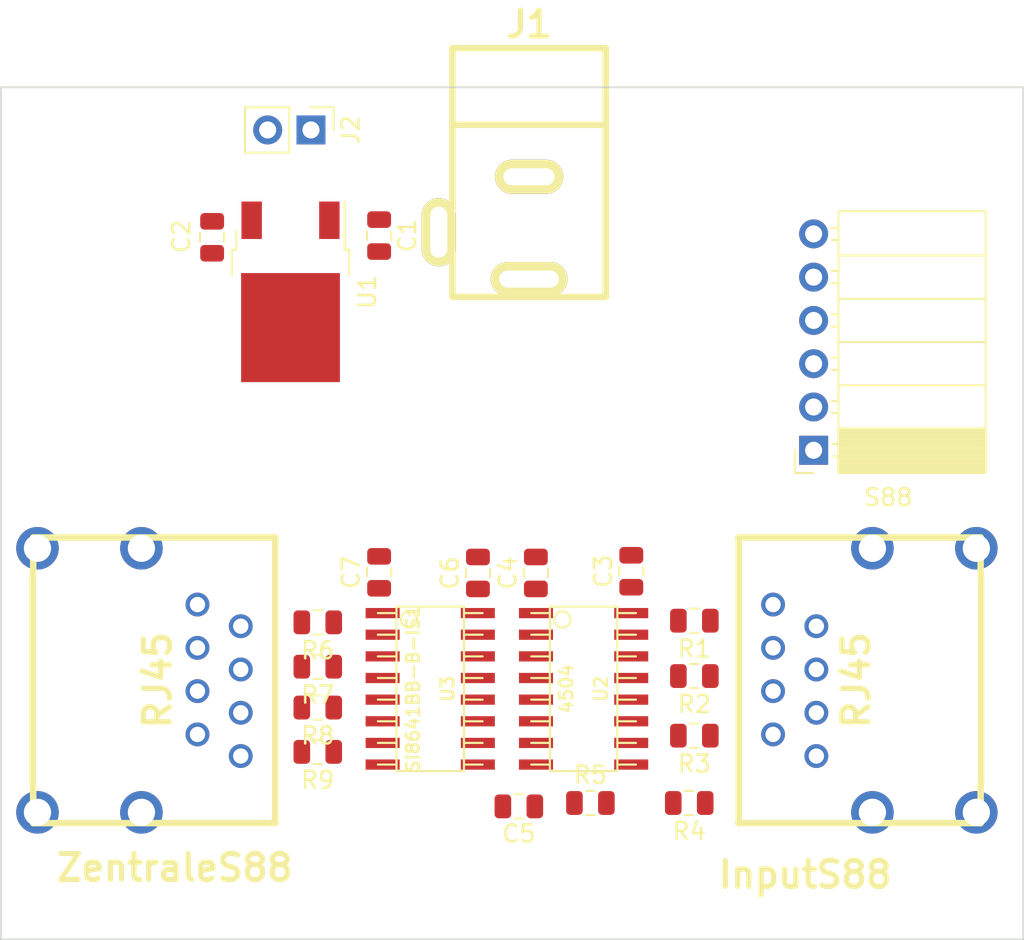
<source format=kicad_pcb>
(kicad_pcb (version 20171130) (host pcbnew 5.1.5-52549c5~84~ubuntu16.04.1)

  (general
    (thickness 1.6)
    (drawings 4)
    (tracks 0)
    (zones 0)
    (modules 24)
    (nets 31)
  )

  (page A4)
  (layers
    (0 F.Cu signal)
    (31 B.Cu signal)
    (32 B.Adhes user)
    (33 F.Adhes user)
    (34 B.Paste user)
    (35 F.Paste user)
    (36 B.SilkS user)
    (37 F.SilkS user)
    (38 B.Mask user)
    (39 F.Mask user)
    (40 Dwgs.User user)
    (41 Cmts.User user)
    (42 Eco1.User user)
    (43 Eco2.User user)
    (44 Edge.Cuts user)
    (45 Margin user)
    (46 B.CrtYd user)
    (47 F.CrtYd user)
    (48 B.Fab user)
    (49 F.Fab user)
  )

  (setup
    (last_trace_width 0.25)
    (trace_clearance 0.2)
    (zone_clearance 0.508)
    (zone_45_only no)
    (trace_min 0.2)
    (via_size 0.8)
    (via_drill 0.4)
    (via_min_size 0.4)
    (via_min_drill 0.3)
    (uvia_size 0.3)
    (uvia_drill 0.1)
    (uvias_allowed no)
    (uvia_min_size 0.2)
    (uvia_min_drill 0.1)
    (edge_width 0.05)
    (segment_width 0.2)
    (pcb_text_width 0.3)
    (pcb_text_size 1.5 1.5)
    (mod_edge_width 0.12)
    (mod_text_size 1 1)
    (mod_text_width 0.15)
    (pad_size 1.524 1.524)
    (pad_drill 0.762)
    (pad_to_mask_clearance 0.051)
    (solder_mask_min_width 0.25)
    (aux_axis_origin 0 0)
    (visible_elements FFFFFF7F)
    (pcbplotparams
      (layerselection 0x010fc_ffffffff)
      (usegerberextensions false)
      (usegerberattributes false)
      (usegerberadvancedattributes false)
      (creategerberjobfile false)
      (excludeedgelayer true)
      (linewidth 0.100000)
      (plotframeref false)
      (viasonmask false)
      (mode 1)
      (useauxorigin false)
      (hpglpennumber 1)
      (hpglpenspeed 20)
      (hpglpendiameter 15.000000)
      (psnegative false)
      (psa4output false)
      (plotreference true)
      (plotvalue true)
      (plotinvisibletext false)
      (padsonsilk false)
      (subtractmaskfromsilk false)
      (outputformat 1)
      (mirror false)
      (drillshape 1)
      (scaleselection 1)
      (outputdirectory ""))
  )

  (net 0 "")
  (net 1 GNDD)
  (net 2 VDD)
  (net 3 +5VD)
  (net 4 +5V)
  (net 5 GND)
  (net 6 "Net-(C5-Pad1)")
  (net 7 /Data')
  (net 8 /Clock')
  (net 9 /PSLoad')
  (net 10 /Reset')
  (net 11 "Net-(InputS88-Pad8)")
  (net 12 "Net-(R1-Pad2)")
  (net 13 "Net-(R2-Pad2)")
  (net 14 "Net-(R3-Pad2)")
  (net 15 "Net-(R5-Pad2)")
  (net 16 /Clock)
  (net 17 "Net-(R6-Pad1)")
  (net 18 "Net-(R7-Pad1)")
  (net 19 /PSLoad)
  (net 20 "Net-(R8-Pad1)")
  (net 21 /Reset)
  (net 22 /Data)
  (net 23 "Net-(R9-Pad1)")
  (net 24 "Net-(U2-Pad3)")
  (net 25 "Net-(U2-Pad5)")
  (net 26 "Net-(U2-Pad7)")
  (net 27 "Net-(U2-Pad10)")
  (net 28 "Net-(U2-Pad12)")
  (net 29 "Net-(U2-Pad15)")
  (net 30 "Net-(ZentraleS88-Pad8)")

  (net_class Default "This is the default net class."
    (clearance 0.2)
    (trace_width 0.25)
    (via_dia 0.8)
    (via_drill 0.4)
    (uvia_dia 0.3)
    (uvia_drill 0.1)
    (add_net +5V)
    (add_net +5VD)
    (add_net /Clock)
    (add_net /Clock')
    (add_net /Data)
    (add_net /Data')
    (add_net /PSLoad)
    (add_net /PSLoad')
    (add_net /Reset)
    (add_net /Reset')
    (add_net GND)
    (add_net GNDD)
    (add_net "Net-(C5-Pad1)")
    (add_net "Net-(InputS88-Pad8)")
    (add_net "Net-(R1-Pad2)")
    (add_net "Net-(R2-Pad2)")
    (add_net "Net-(R3-Pad2)")
    (add_net "Net-(R5-Pad2)")
    (add_net "Net-(R6-Pad1)")
    (add_net "Net-(R7-Pad1)")
    (add_net "Net-(R8-Pad1)")
    (add_net "Net-(R9-Pad1)")
    (add_net "Net-(U2-Pad10)")
    (add_net "Net-(U2-Pad12)")
    (add_net "Net-(U2-Pad15)")
    (add_net "Net-(U2-Pad3)")
    (add_net "Net-(U2-Pad5)")
    (add_net "Net-(U2-Pad7)")
    (add_net "Net-(ZentraleS88-Pad8)")
    (add_net VDD)
  )

  (module Capacitor_SMD:C_0805_2012Metric (layer F.Cu) (tedit 5B36C52B) (tstamp 5E1D2775)
    (at 132.2 88.7 270)
    (descr "Capacitor SMD 0805 (2012 Metric), square (rectangular) end terminal, IPC_7351 nominal, (Body size source: https://docs.google.com/spreadsheets/d/1BsfQQcO9C6DZCsRaXUlFlo91Tg2WpOkGARC1WS5S8t0/edit?usp=sharing), generated with kicad-footprint-generator")
    (tags capacitor)
    (path /5E2E15F1)
    (attr smd)
    (fp_text reference C1 (at 0 -1.65 90) (layer F.SilkS)
      (effects (font (size 1 1) (thickness 0.15)))
    )
    (fp_text value 100nF (at 0 1.65 90) (layer F.Fab)
      (effects (font (size 1 1) (thickness 0.15)))
    )
    (fp_text user %R (at 0 0 90) (layer F.Fab)
      (effects (font (size 0.5 0.5) (thickness 0.08)))
    )
    (fp_line (start 1.68 0.95) (end -1.68 0.95) (layer F.CrtYd) (width 0.05))
    (fp_line (start 1.68 -0.95) (end 1.68 0.95) (layer F.CrtYd) (width 0.05))
    (fp_line (start -1.68 -0.95) (end 1.68 -0.95) (layer F.CrtYd) (width 0.05))
    (fp_line (start -1.68 0.95) (end -1.68 -0.95) (layer F.CrtYd) (width 0.05))
    (fp_line (start -0.258578 0.71) (end 0.258578 0.71) (layer F.SilkS) (width 0.12))
    (fp_line (start -0.258578 -0.71) (end 0.258578 -0.71) (layer F.SilkS) (width 0.12))
    (fp_line (start 1 0.6) (end -1 0.6) (layer F.Fab) (width 0.1))
    (fp_line (start 1 -0.6) (end 1 0.6) (layer F.Fab) (width 0.1))
    (fp_line (start -1 -0.6) (end 1 -0.6) (layer F.Fab) (width 0.1))
    (fp_line (start -1 0.6) (end -1 -0.6) (layer F.Fab) (width 0.1))
    (pad 2 smd roundrect (at 0.9375 0 270) (size 0.975 1.4) (layers F.Cu F.Paste F.Mask) (roundrect_rratio 0.25)
      (net 1 GNDD))
    (pad 1 smd roundrect (at -0.9375 0 270) (size 0.975 1.4) (layers F.Cu F.Paste F.Mask) (roundrect_rratio 0.25)
      (net 2 VDD))
    (model ${KISYS3DMOD}/Capacitor_SMD.3dshapes/C_0805_2012Metric.wrl
      (at (xyz 0 0 0))
      (scale (xyz 1 1 1))
      (rotate (xyz 0 0 0))
    )
  )

  (module Capacitor_SMD:C_0805_2012Metric (layer F.Cu) (tedit 5B36C52B) (tstamp 5E1CDEA3)
    (at 122.4 88.8 270)
    (descr "Capacitor SMD 0805 (2012 Metric), square (rectangular) end terminal, IPC_7351 nominal, (Body size source: https://docs.google.com/spreadsheets/d/1BsfQQcO9C6DZCsRaXUlFlo91Tg2WpOkGARC1WS5S8t0/edit?usp=sharing), generated with kicad-footprint-generator")
    (tags capacitor)
    (path /5E2E1C46)
    (attr smd)
    (fp_text reference C2 (at -0.05 1.8 90) (layer F.SilkS)
      (effects (font (size 1 1) (thickness 0.15)))
    )
    (fp_text value 100nF (at 0 1.65 90) (layer F.Fab)
      (effects (font (size 1 1) (thickness 0.15)))
    )
    (fp_line (start -1 0.6) (end -1 -0.6) (layer F.Fab) (width 0.1))
    (fp_line (start -1 -0.6) (end 1 -0.6) (layer F.Fab) (width 0.1))
    (fp_line (start 1 -0.6) (end 1 0.6) (layer F.Fab) (width 0.1))
    (fp_line (start 1 0.6) (end -1 0.6) (layer F.Fab) (width 0.1))
    (fp_line (start -0.258578 -0.71) (end 0.258578 -0.71) (layer F.SilkS) (width 0.12))
    (fp_line (start -0.258578 0.71) (end 0.258578 0.71) (layer F.SilkS) (width 0.12))
    (fp_line (start -1.68 0.95) (end -1.68 -0.95) (layer F.CrtYd) (width 0.05))
    (fp_line (start -1.68 -0.95) (end 1.68 -0.95) (layer F.CrtYd) (width 0.05))
    (fp_line (start 1.68 -0.95) (end 1.68 0.95) (layer F.CrtYd) (width 0.05))
    (fp_line (start 1.68 0.95) (end -1.68 0.95) (layer F.CrtYd) (width 0.05))
    (fp_text user %R (at 0 0 90) (layer F.Fab)
      (effects (font (size 0.5 0.5) (thickness 0.08)))
    )
    (pad 1 smd roundrect (at -0.9375 0 270) (size 0.975 1.4) (layers F.Cu F.Paste F.Mask) (roundrect_rratio 0.25)
      (net 3 +5VD))
    (pad 2 smd roundrect (at 0.9375 0 270) (size 0.975 1.4) (layers F.Cu F.Paste F.Mask) (roundrect_rratio 0.25)
      (net 1 GNDD))
    (model ${KISYS3DMOD}/Capacitor_SMD.3dshapes/C_0805_2012Metric.wrl
      (at (xyz 0 0 0))
      (scale (xyz 1 1 1))
      (rotate (xyz 0 0 0))
    )
  )

  (module Capacitor_SMD:C_0805_2012Metric (layer F.Cu) (tedit 5B36C52B) (tstamp 5E1D1DF0)
    (at 141.4 108.5 90)
    (descr "Capacitor SMD 0805 (2012 Metric), square (rectangular) end terminal, IPC_7351 nominal, (Body size source: https://docs.google.com/spreadsheets/d/1BsfQQcO9C6DZCsRaXUlFlo91Tg2WpOkGARC1WS5S8t0/edit?usp=sharing), generated with kicad-footprint-generator")
    (tags capacitor)
    (path /5E1C9549)
    (attr smd)
    (fp_text reference C4 (at 0 -1.65 90) (layer F.SilkS)
      (effects (font (size 1 1) (thickness 0.15)))
    )
    (fp_text value 100nF (at 0 1.65 90) (layer F.Fab)
      (effects (font (size 1 1) (thickness 0.15)))
    )
    (fp_line (start -1 0.6) (end -1 -0.6) (layer F.Fab) (width 0.1))
    (fp_line (start -1 -0.6) (end 1 -0.6) (layer F.Fab) (width 0.1))
    (fp_line (start 1 -0.6) (end 1 0.6) (layer F.Fab) (width 0.1))
    (fp_line (start 1 0.6) (end -1 0.6) (layer F.Fab) (width 0.1))
    (fp_line (start -0.258578 -0.71) (end 0.258578 -0.71) (layer F.SilkS) (width 0.12))
    (fp_line (start -0.258578 0.71) (end 0.258578 0.71) (layer F.SilkS) (width 0.12))
    (fp_line (start -1.68 0.95) (end -1.68 -0.95) (layer F.CrtYd) (width 0.05))
    (fp_line (start -1.68 -0.95) (end 1.68 -0.95) (layer F.CrtYd) (width 0.05))
    (fp_line (start 1.68 -0.95) (end 1.68 0.95) (layer F.CrtYd) (width 0.05))
    (fp_line (start 1.68 0.95) (end -1.68 0.95) (layer F.CrtYd) (width 0.05))
    (fp_text user %R (at 0 0 90) (layer F.Fab)
      (effects (font (size 0.5 0.5) (thickness 0.08)))
    )
    (pad 1 smd roundrect (at -0.9375 0 90) (size 0.975 1.4) (layers F.Cu F.Paste F.Mask) (roundrect_rratio 0.25)
      (net 3 +5VD))
    (pad 2 smd roundrect (at 0.9375 0 90) (size 0.975 1.4) (layers F.Cu F.Paste F.Mask) (roundrect_rratio 0.25)
      (net 1 GNDD))
    (model ${KISYS3DMOD}/Capacitor_SMD.3dshapes/C_0805_2012Metric.wrl
      (at (xyz 0 0 0))
      (scale (xyz 1 1 1))
      (rotate (xyz 0 0 0))
    )
  )

  (module Capacitor_SMD:C_0805_2012Metric (layer F.Cu) (tedit 5B36C52B) (tstamp 5E1D1BFE)
    (at 132.2 108.4625 90)
    (descr "Capacitor SMD 0805 (2012 Metric), square (rectangular) end terminal, IPC_7351 nominal, (Body size source: https://docs.google.com/spreadsheets/d/1BsfQQcO9C6DZCsRaXUlFlo91Tg2WpOkGARC1WS5S8t0/edit?usp=sharing), generated with kicad-footprint-generator")
    (tags capacitor)
    (path /5DF386D6)
    (attr smd)
    (fp_text reference C7 (at 0 -1.65 90) (layer F.SilkS)
      (effects (font (size 1 1) (thickness 0.15)))
    )
    (fp_text value 100nF (at 0 1.65 90) (layer F.Fab)
      (effects (font (size 1 1) (thickness 0.15)))
    )
    (fp_line (start -1 0.6) (end -1 -0.6) (layer F.Fab) (width 0.1))
    (fp_line (start -1 -0.6) (end 1 -0.6) (layer F.Fab) (width 0.1))
    (fp_line (start 1 -0.6) (end 1 0.6) (layer F.Fab) (width 0.1))
    (fp_line (start 1 0.6) (end -1 0.6) (layer F.Fab) (width 0.1))
    (fp_line (start -0.258578 -0.71) (end 0.258578 -0.71) (layer F.SilkS) (width 0.12))
    (fp_line (start -0.258578 0.71) (end 0.258578 0.71) (layer F.SilkS) (width 0.12))
    (fp_line (start -1.68 0.95) (end -1.68 -0.95) (layer F.CrtYd) (width 0.05))
    (fp_line (start -1.68 -0.95) (end 1.68 -0.95) (layer F.CrtYd) (width 0.05))
    (fp_line (start 1.68 -0.95) (end 1.68 0.95) (layer F.CrtYd) (width 0.05))
    (fp_line (start 1.68 0.95) (end -1.68 0.95) (layer F.CrtYd) (width 0.05))
    (fp_text user %R (at 0 0 90) (layer F.Fab)
      (effects (font (size 0.5 0.5) (thickness 0.08)))
    )
    (pad 1 smd roundrect (at -0.9375 0 90) (size 0.975 1.4) (layers F.Cu F.Paste F.Mask) (roundrect_rratio 0.25)
      (net 4 +5V))
    (pad 2 smd roundrect (at 0.9375 0 90) (size 0.975 1.4) (layers F.Cu F.Paste F.Mask) (roundrect_rratio 0.25)
      (net 5 GND))
    (model ${KISYS3DMOD}/Capacitor_SMD.3dshapes/C_0805_2012Metric.wrl
      (at (xyz 0 0 0))
      (scale (xyz 1 1 1))
      (rotate (xyz 0 0 0))
    )
  )

  (module Capacitor_SMD:C_0805_2012Metric (layer F.Cu) (tedit 5B36C52B) (tstamp 5E1D1B9E)
    (at 140.4 122.2)
    (descr "Capacitor SMD 0805 (2012 Metric), square (rectangular) end terminal, IPC_7351 nominal, (Body size source: https://docs.google.com/spreadsheets/d/1BsfQQcO9C6DZCsRaXUlFlo91Tg2WpOkGARC1WS5S8t0/edit?usp=sharing), generated with kicad-footprint-generator")
    (tags capacitor)
    (path /5DF42D5F)
    (attr smd)
    (fp_text reference C5 (at 0 1.6) (layer F.SilkS)
      (effects (font (size 1 1) (thickness 0.15)))
    )
    (fp_text value 1nF (at 0 1.65) (layer F.Fab)
      (effects (font (size 1 1) (thickness 0.15)))
    )
    (fp_text user %R (at 0 0) (layer F.Fab)
      (effects (font (size 0.5 0.5) (thickness 0.08)))
    )
    (fp_line (start 1.68 0.95) (end -1.68 0.95) (layer F.CrtYd) (width 0.05))
    (fp_line (start 1.68 -0.95) (end 1.68 0.95) (layer F.CrtYd) (width 0.05))
    (fp_line (start -1.68 -0.95) (end 1.68 -0.95) (layer F.CrtYd) (width 0.05))
    (fp_line (start -1.68 0.95) (end -1.68 -0.95) (layer F.CrtYd) (width 0.05))
    (fp_line (start -0.258578 0.71) (end 0.258578 0.71) (layer F.SilkS) (width 0.12))
    (fp_line (start -0.258578 -0.71) (end 0.258578 -0.71) (layer F.SilkS) (width 0.12))
    (fp_line (start 1 0.6) (end -1 0.6) (layer F.Fab) (width 0.1))
    (fp_line (start 1 -0.6) (end 1 0.6) (layer F.Fab) (width 0.1))
    (fp_line (start -1 -0.6) (end 1 -0.6) (layer F.Fab) (width 0.1))
    (fp_line (start -1 0.6) (end -1 -0.6) (layer F.Fab) (width 0.1))
    (pad 2 smd roundrect (at 0.9375 0) (size 0.975 1.4) (layers F.Cu F.Paste F.Mask) (roundrect_rratio 0.25)
      (net 1 GNDD))
    (pad 1 smd roundrect (at -0.9375 0) (size 0.975 1.4) (layers F.Cu F.Paste F.Mask) (roundrect_rratio 0.25)
      (net 6 "Net-(C5-Pad1)"))
    (model ${KISYS3DMOD}/Capacitor_SMD.3dshapes/C_0805_2012Metric.wrl
      (at (xyz 0 0 0))
      (scale (xyz 1 1 1))
      (rotate (xyz 0 0 0))
    )
  )

  (module w_conn_pc:megb8-8-Uni (layer F.Cu) (tedit 5B645585) (tstamp 5E1D1CAA)
    (at 164.2 114.8 90)
    (descr "RJ45 + led indicators, Wiznet P/N RB1-125BAG1A")
    (path /5DEC1D69)
    (fp_text reference InputS88 (at -11.4 -7) (layer F.SilkS)
      (effects (font (size 1.524 1.524) (thickness 0.3048)))
    )
    (fp_text value RJ45 (at 0 -4 90) (layer F.SilkS)
      (effects (font (size 1.524 1.524) (thickness 0.3048)))
    )
    (fp_line (start -8.382 -10.922) (end -8.382 3.302) (layer F.SilkS) (width 0.381))
    (fp_line (start -8.382 3.302) (end -6.096 3.302) (layer F.SilkS) (width 0.381))
    (fp_line (start 8.382 -10.922) (end 8.382 3.302) (layer F.SilkS) (width 0.381))
    (fp_line (start 8.382 3.302) (end 6.096 3.302) (layer F.SilkS) (width 0.381))
    (fp_line (start -8.255 -10.895) (end 8.255 -10.895) (layer F.SilkS) (width 0.381))
    (fp_line (start -6.096 3.329) (end 6.096 3.329) (layer F.SilkS) (width 0.381))
    (pad 9 thru_hole circle (at -7.75 3.05 90) (size 2.5 2.5) (drill 1.6) (layers *.Cu *.Mask))
    (pad 9 thru_hole circle (at 7.75 3.05 90) (size 2.5 2.5) (drill 1.6) (layers *.Cu *.Mask))
    (pad 3 thru_hole circle (at -1.905 -6.34 90) (size 1.4 1.4) (drill 0.9) (layers *.Cu *.Mask)
      (net 1 GNDD))
    (pad 1 thru_hole circle (at -4.445 -6.34 90) (size 1.4 1.4) (drill 0.9) (layers *.Cu *.Mask)
      (net 2 VDD))
    (pad 2 thru_hole circle (at -3.175 -8.88 90) (size 1.4 1.4) (drill 0.9) (layers *.Cu *.Mask)
      (net 7 /Data'))
    (pad 4 thru_hole circle (at -0.635 -8.88 90) (size 1.4 1.4) (drill 0.9) (layers *.Cu *.Mask)
      (net 8 /Clock'))
    (pad 5 thru_hole circle (at 0.635 -6.34 90) (size 1.4 1.4) (drill 0.9) (layers *.Cu *.Mask)
      (net 1 GNDD))
    (pad 6 thru_hole circle (at 1.905 -8.88 90) (size 1.4 1.4) (drill 0.9) (layers *.Cu *.Mask)
      (net 9 /PSLoad'))
    (pad 7 thru_hole circle (at 3.175 -6.34 90) (size 1.4 1.4) (drill 0.9) (layers *.Cu *.Mask)
      (net 10 /Reset'))
    (pad 8 thru_hole circle (at 4.445 -8.88 90) (size 1.4 1.4) (drill 0.9) (layers *.Cu *.Mask)
      (net 11 "Net-(InputS88-Pad8)"))
    (pad 9 thru_hole circle (at -7.75 -3.05 90) (size 2.5 2.5) (drill 1.6) (layers *.Cu *.Mask))
    (pad 9 thru_hole circle (at 7.75 -3.05 90) (size 2.5 2.5) (drill 1.6) (layers *.Cu *.Mask))
    (pad "" np_thru_hole circle (at -5.715 0 90) (size 3.25 3.25) (drill 3.25) (layers *.Cu))
    (pad "" np_thru_hole circle (at 5.715 0 90) (size 3.25 3.25) (drill 3.25) (layers *.Cu))
    (model walter/conn_pc/rj45-led-rb1-125bag1a.wrl
      (at (xyz 0 0 0))
      (scale (xyz 1 1 1))
      (rotate (xyz 0 0 0))
    )
  )

  (module w_conn_misc:dc_socket (layer F.Cu) (tedit 0) (tstamp 5E1CDEFA)
    (at 141 85 180)
    (descr "Socket, DC power supply")
    (path /5E2383BD)
    (fp_text reference J1 (at 0 8.6995) (layer F.SilkS)
      (effects (font (size 1.524 1.524) (thickness 0.3048)))
    )
    (fp_text value Barrel_Jack_Switch_MountingPin (at 0 -8.60044) (layer F.SilkS) hide
      (effects (font (size 1.524 1.524) (thickness 0.3048)))
    )
    (fp_line (start -4.50088 2.79908) (end 4.50088 2.79908) (layer F.SilkS) (width 0.381))
    (fp_line (start -4.50088 7.29996) (end 4.50088 7.29996) (layer F.SilkS) (width 0.381))
    (fp_line (start 4.50088 7.29996) (end 4.50088 -7.29996) (layer F.SilkS) (width 0.381))
    (fp_line (start 4.50088 -7.29996) (end -4.50088 -7.29996) (layer F.SilkS) (width 0.381))
    (fp_line (start -4.50088 -7.29996) (end -4.50088 7.29996) (layer F.SilkS) (width 0.381))
    (pad 1 thru_hole oval (at 5.30098 -3.50012 180) (size 1.99898 4.0005) (drill oval 1.00076 2.99974) (layers *.Cu *.Mask F.SilkS)
      (net 1 GNDD))
    (pad 2 thru_hole oval (at 0 -0.24892 180) (size 4.0005 1.99898) (drill oval 2.99974 1.00076) (layers *.Cu *.Mask F.SilkS)
      (net 1 GNDD))
    (pad 3 thru_hole oval (at 0 -6.25094 180) (size 4.50088 1.99898) (drill oval 3.50012 1.00076) (layers *.Cu *.Mask F.SilkS)
      (net 2 VDD))
    (model walter/conn_misc/dc_socket.wrl
      (at (xyz 0 0 0))
      (scale (xyz 1 1 1))
      (rotate (xyz 0 0 0))
    )
  )

  (module Resistor_SMD:R_0805_2012Metric (layer F.Cu) (tedit 5B36C52B) (tstamp 5E1D1DC0)
    (at 150.7 111.3 180)
    (descr "Resistor SMD 0805 (2012 Metric), square (rectangular) end terminal, IPC_7351 nominal, (Body size source: https://docs.google.com/spreadsheets/d/1BsfQQcO9C6DZCsRaXUlFlo91Tg2WpOkGARC1WS5S8t0/edit?usp=sharing), generated with kicad-footprint-generator")
    (tags resistor)
    (path /5E2B24D2)
    (attr smd)
    (fp_text reference R1 (at 0 -1.65) (layer F.SilkS)
      (effects (font (size 1 1) (thickness 0.15)))
    )
    (fp_text value 47 (at 0 1.65) (layer F.Fab)
      (effects (font (size 1 1) (thickness 0.15)))
    )
    (fp_line (start -1 0.6) (end -1 -0.6) (layer F.Fab) (width 0.1))
    (fp_line (start -1 -0.6) (end 1 -0.6) (layer F.Fab) (width 0.1))
    (fp_line (start 1 -0.6) (end 1 0.6) (layer F.Fab) (width 0.1))
    (fp_line (start 1 0.6) (end -1 0.6) (layer F.Fab) (width 0.1))
    (fp_line (start -0.258578 -0.71) (end 0.258578 -0.71) (layer F.SilkS) (width 0.12))
    (fp_line (start -0.258578 0.71) (end 0.258578 0.71) (layer F.SilkS) (width 0.12))
    (fp_line (start -1.68 0.95) (end -1.68 -0.95) (layer F.CrtYd) (width 0.05))
    (fp_line (start -1.68 -0.95) (end 1.68 -0.95) (layer F.CrtYd) (width 0.05))
    (fp_line (start 1.68 -0.95) (end 1.68 0.95) (layer F.CrtYd) (width 0.05))
    (fp_line (start 1.68 0.95) (end -1.68 0.95) (layer F.CrtYd) (width 0.05))
    (fp_text user %R (at 0 0) (layer F.Fab)
      (effects (font (size 0.5 0.5) (thickness 0.08)))
    )
    (pad 1 smd roundrect (at -0.9375 0 180) (size 0.975 1.4) (layers F.Cu F.Paste F.Mask) (roundrect_rratio 0.25)
      (net 10 /Reset'))
    (pad 2 smd roundrect (at 0.9375 0 180) (size 0.975 1.4) (layers F.Cu F.Paste F.Mask) (roundrect_rratio 0.25)
      (net 12 "Net-(R1-Pad2)"))
    (model ${KISYS3DMOD}/Resistor_SMD.3dshapes/R_0805_2012Metric.wrl
      (at (xyz 0 0 0))
      (scale (xyz 1 1 1))
      (rotate (xyz 0 0 0))
    )
  )

  (module Resistor_SMD:R_0805_2012Metric (layer F.Cu) (tedit 5B36C52B) (tstamp 5E1D1E20)
    (at 150.7 114.55 180)
    (descr "Resistor SMD 0805 (2012 Metric), square (rectangular) end terminal, IPC_7351 nominal, (Body size source: https://docs.google.com/spreadsheets/d/1BsfQQcO9C6DZCsRaXUlFlo91Tg2WpOkGARC1WS5S8t0/edit?usp=sharing), generated with kicad-footprint-generator")
    (tags resistor)
    (path /5E2B2E17)
    (attr smd)
    (fp_text reference R2 (at 0 -1.65) (layer F.SilkS)
      (effects (font (size 1 1) (thickness 0.15)))
    )
    (fp_text value 47 (at 0 1.65) (layer F.Fab)
      (effects (font (size 1 1) (thickness 0.15)))
    )
    (fp_text user %R (at 0 0) (layer F.Fab)
      (effects (font (size 0.5 0.5) (thickness 0.08)))
    )
    (fp_line (start 1.68 0.95) (end -1.68 0.95) (layer F.CrtYd) (width 0.05))
    (fp_line (start 1.68 -0.95) (end 1.68 0.95) (layer F.CrtYd) (width 0.05))
    (fp_line (start -1.68 -0.95) (end 1.68 -0.95) (layer F.CrtYd) (width 0.05))
    (fp_line (start -1.68 0.95) (end -1.68 -0.95) (layer F.CrtYd) (width 0.05))
    (fp_line (start -0.258578 0.71) (end 0.258578 0.71) (layer F.SilkS) (width 0.12))
    (fp_line (start -0.258578 -0.71) (end 0.258578 -0.71) (layer F.SilkS) (width 0.12))
    (fp_line (start 1 0.6) (end -1 0.6) (layer F.Fab) (width 0.1))
    (fp_line (start 1 -0.6) (end 1 0.6) (layer F.Fab) (width 0.1))
    (fp_line (start -1 -0.6) (end 1 -0.6) (layer F.Fab) (width 0.1))
    (fp_line (start -1 0.6) (end -1 -0.6) (layer F.Fab) (width 0.1))
    (pad 2 smd roundrect (at 0.9375 0 180) (size 0.975 1.4) (layers F.Cu F.Paste F.Mask) (roundrect_rratio 0.25)
      (net 13 "Net-(R2-Pad2)"))
    (pad 1 smd roundrect (at -0.9375 0 180) (size 0.975 1.4) (layers F.Cu F.Paste F.Mask) (roundrect_rratio 0.25)
      (net 9 /PSLoad'))
    (model ${KISYS3DMOD}/Resistor_SMD.3dshapes/R_0805_2012Metric.wrl
      (at (xyz 0 0 0))
      (scale (xyz 1 1 1))
      (rotate (xyz 0 0 0))
    )
  )

  (module Resistor_SMD:R_0805_2012Metric (layer F.Cu) (tedit 5B36C52B) (tstamp 5E1D1D60)
    (at 150.7 118.05 180)
    (descr "Resistor SMD 0805 (2012 Metric), square (rectangular) end terminal, IPC_7351 nominal, (Body size source: https://docs.google.com/spreadsheets/d/1BsfQQcO9C6DZCsRaXUlFlo91Tg2WpOkGARC1WS5S8t0/edit?usp=sharing), generated with kicad-footprint-generator")
    (tags resistor)
    (path /5E2B30FC)
    (attr smd)
    (fp_text reference R3 (at 0 -1.65) (layer F.SilkS)
      (effects (font (size 1 1) (thickness 0.15)))
    )
    (fp_text value 47 (at 0 1.65) (layer F.Fab)
      (effects (font (size 1 1) (thickness 0.15)))
    )
    (fp_line (start -1 0.6) (end -1 -0.6) (layer F.Fab) (width 0.1))
    (fp_line (start -1 -0.6) (end 1 -0.6) (layer F.Fab) (width 0.1))
    (fp_line (start 1 -0.6) (end 1 0.6) (layer F.Fab) (width 0.1))
    (fp_line (start 1 0.6) (end -1 0.6) (layer F.Fab) (width 0.1))
    (fp_line (start -0.258578 -0.71) (end 0.258578 -0.71) (layer F.SilkS) (width 0.12))
    (fp_line (start -0.258578 0.71) (end 0.258578 0.71) (layer F.SilkS) (width 0.12))
    (fp_line (start -1.68 0.95) (end -1.68 -0.95) (layer F.CrtYd) (width 0.05))
    (fp_line (start -1.68 -0.95) (end 1.68 -0.95) (layer F.CrtYd) (width 0.05))
    (fp_line (start 1.68 -0.95) (end 1.68 0.95) (layer F.CrtYd) (width 0.05))
    (fp_line (start 1.68 0.95) (end -1.68 0.95) (layer F.CrtYd) (width 0.05))
    (fp_text user %R (at 0 0) (layer F.Fab)
      (effects (font (size 0.5 0.5) (thickness 0.08)))
    )
    (pad 1 smd roundrect (at -0.9375 0 180) (size 0.975 1.4) (layers F.Cu F.Paste F.Mask) (roundrect_rratio 0.25)
      (net 8 /Clock'))
    (pad 2 smd roundrect (at 0.9375 0 180) (size 0.975 1.4) (layers F.Cu F.Paste F.Mask) (roundrect_rratio 0.25)
      (net 14 "Net-(R3-Pad2)"))
    (model ${KISYS3DMOD}/Resistor_SMD.3dshapes/R_0805_2012Metric.wrl
      (at (xyz 0 0 0))
      (scale (xyz 1 1 1))
      (rotate (xyz 0 0 0))
    )
  )

  (module Resistor_SMD:R_0805_2012Metric (layer F.Cu) (tedit 5B36C52B) (tstamp 5E1D1D90)
    (at 150.4 122 180)
    (descr "Resistor SMD 0805 (2012 Metric), square (rectangular) end terminal, IPC_7351 nominal, (Body size source: https://docs.google.com/spreadsheets/d/1BsfQQcO9C6DZCsRaXUlFlo91Tg2WpOkGARC1WS5S8t0/edit?usp=sharing), generated with kicad-footprint-generator")
    (tags resistor)
    (path /5DF3FE63)
    (attr smd)
    (fp_text reference R4 (at 0 -1.65) (layer F.SilkS)
      (effects (font (size 1 1) (thickness 0.15)))
    )
    (fp_text value 1k5 (at 0 1.65) (layer F.Fab)
      (effects (font (size 1 1) (thickness 0.15)))
    )
    (fp_line (start -1 0.6) (end -1 -0.6) (layer F.Fab) (width 0.1))
    (fp_line (start -1 -0.6) (end 1 -0.6) (layer F.Fab) (width 0.1))
    (fp_line (start 1 -0.6) (end 1 0.6) (layer F.Fab) (width 0.1))
    (fp_line (start 1 0.6) (end -1 0.6) (layer F.Fab) (width 0.1))
    (fp_line (start -0.258578 -0.71) (end 0.258578 -0.71) (layer F.SilkS) (width 0.12))
    (fp_line (start -0.258578 0.71) (end 0.258578 0.71) (layer F.SilkS) (width 0.12))
    (fp_line (start -1.68 0.95) (end -1.68 -0.95) (layer F.CrtYd) (width 0.05))
    (fp_line (start -1.68 -0.95) (end 1.68 -0.95) (layer F.CrtYd) (width 0.05))
    (fp_line (start 1.68 -0.95) (end 1.68 0.95) (layer F.CrtYd) (width 0.05))
    (fp_line (start 1.68 0.95) (end -1.68 0.95) (layer F.CrtYd) (width 0.05))
    (fp_text user %R (at 0 0) (layer F.Fab)
      (effects (font (size 0.5 0.5) (thickness 0.08)))
    )
    (pad 1 smd roundrect (at -0.9375 0 180) (size 0.975 1.4) (layers F.Cu F.Paste F.Mask) (roundrect_rratio 0.25)
      (net 7 /Data'))
    (pad 2 smd roundrect (at 0.9375 0 180) (size 0.975 1.4) (layers F.Cu F.Paste F.Mask) (roundrect_rratio 0.25)
      (net 6 "Net-(C5-Pad1)"))
    (model ${KISYS3DMOD}/Resistor_SMD.3dshapes/R_0805_2012Metric.wrl
      (at (xyz 0 0 0))
      (scale (xyz 1 1 1))
      (rotate (xyz 0 0 0))
    )
  )

  (module Resistor_SMD:R_0805_2012Metric (layer F.Cu) (tedit 5B36C52B) (tstamp 5E1D1E50)
    (at 144.6 122)
    (descr "Resistor SMD 0805 (2012 Metric), square (rectangular) end terminal, IPC_7351 nominal, (Body size source: https://docs.google.com/spreadsheets/d/1BsfQQcO9C6DZCsRaXUlFlo91Tg2WpOkGARC1WS5S8t0/edit?usp=sharing), generated with kicad-footprint-generator")
    (tags resistor)
    (path /5E238A0A)
    (attr smd)
    (fp_text reference R5 (at 0 -1.65) (layer F.SilkS)
      (effects (font (size 1 1) (thickness 0.15)))
    )
    (fp_text value 10k (at 0 1.65) (layer F.Fab)
      (effects (font (size 1 1) (thickness 0.15)))
    )
    (fp_text user %R (at 0 0) (layer F.Fab)
      (effects (font (size 0.5 0.5) (thickness 0.08)))
    )
    (fp_line (start 1.68 0.95) (end -1.68 0.95) (layer F.CrtYd) (width 0.05))
    (fp_line (start 1.68 -0.95) (end 1.68 0.95) (layer F.CrtYd) (width 0.05))
    (fp_line (start -1.68 -0.95) (end 1.68 -0.95) (layer F.CrtYd) (width 0.05))
    (fp_line (start -1.68 0.95) (end -1.68 -0.95) (layer F.CrtYd) (width 0.05))
    (fp_line (start -0.258578 0.71) (end 0.258578 0.71) (layer F.SilkS) (width 0.12))
    (fp_line (start -0.258578 -0.71) (end 0.258578 -0.71) (layer F.SilkS) (width 0.12))
    (fp_line (start 1 0.6) (end -1 0.6) (layer F.Fab) (width 0.1))
    (fp_line (start 1 -0.6) (end 1 0.6) (layer F.Fab) (width 0.1))
    (fp_line (start -1 -0.6) (end 1 -0.6) (layer F.Fab) (width 0.1))
    (fp_line (start -1 0.6) (end -1 -0.6) (layer F.Fab) (width 0.1))
    (pad 2 smd roundrect (at 0.9375 0) (size 0.975 1.4) (layers F.Cu F.Paste F.Mask) (roundrect_rratio 0.25)
      (net 15 "Net-(R5-Pad2)"))
    (pad 1 smd roundrect (at -0.9375 0) (size 0.975 1.4) (layers F.Cu F.Paste F.Mask) (roundrect_rratio 0.25)
      (net 3 +5VD))
    (model ${KISYS3DMOD}/Resistor_SMD.3dshapes/R_0805_2012Metric.wrl
      (at (xyz 0 0 0))
      (scale (xyz 1 1 1))
      (rotate (xyz 0 0 0))
    )
  )

  (module Resistor_SMD:R_0805_2012Metric (layer F.Cu) (tedit 5B36C52B) (tstamp 5E1D1FA3)
    (at 128.6 111.4 180)
    (descr "Resistor SMD 0805 (2012 Metric), square (rectangular) end terminal, IPC_7351 nominal, (Body size source: https://docs.google.com/spreadsheets/d/1BsfQQcO9C6DZCsRaXUlFlo91Tg2WpOkGARC1WS5S8t0/edit?usp=sharing), generated with kicad-footprint-generator")
    (tags resistor)
    (path /5DF1483D)
    (attr smd)
    (fp_text reference R6 (at 0 -1.65) (layer F.SilkS)
      (effects (font (size 1 1) (thickness 0.15)))
    )
    (fp_text value 47 (at 0 1.65) (layer F.Fab)
      (effects (font (size 1 1) (thickness 0.15)))
    )
    (fp_text user %R (at 0 0) (layer F.Fab)
      (effects (font (size 0.5 0.5) (thickness 0.08)))
    )
    (fp_line (start 1.68 0.95) (end -1.68 0.95) (layer F.CrtYd) (width 0.05))
    (fp_line (start 1.68 -0.95) (end 1.68 0.95) (layer F.CrtYd) (width 0.05))
    (fp_line (start -1.68 -0.95) (end 1.68 -0.95) (layer F.CrtYd) (width 0.05))
    (fp_line (start -1.68 0.95) (end -1.68 -0.95) (layer F.CrtYd) (width 0.05))
    (fp_line (start -0.258578 0.71) (end 0.258578 0.71) (layer F.SilkS) (width 0.12))
    (fp_line (start -0.258578 -0.71) (end 0.258578 -0.71) (layer F.SilkS) (width 0.12))
    (fp_line (start 1 0.6) (end -1 0.6) (layer F.Fab) (width 0.1))
    (fp_line (start 1 -0.6) (end 1 0.6) (layer F.Fab) (width 0.1))
    (fp_line (start -1 -0.6) (end 1 -0.6) (layer F.Fab) (width 0.1))
    (fp_line (start -1 0.6) (end -1 -0.6) (layer F.Fab) (width 0.1))
    (pad 2 smd roundrect (at 0.9375 0 180) (size 0.975 1.4) (layers F.Cu F.Paste F.Mask) (roundrect_rratio 0.25)
      (net 16 /Clock))
    (pad 1 smd roundrect (at -0.9375 0 180) (size 0.975 1.4) (layers F.Cu F.Paste F.Mask) (roundrect_rratio 0.25)
      (net 17 "Net-(R6-Pad1)"))
    (model ${KISYS3DMOD}/Resistor_SMD.3dshapes/R_0805_2012Metric.wrl
      (at (xyz 0 0 0))
      (scale (xyz 1 1 1))
      (rotate (xyz 0 0 0))
    )
  )

  (module Resistor_SMD:R_0805_2012Metric (layer F.Cu) (tedit 5B36C52B) (tstamp 5E1D1BCE)
    (at 128.6 114 180)
    (descr "Resistor SMD 0805 (2012 Metric), square (rectangular) end terminal, IPC_7351 nominal, (Body size source: https://docs.google.com/spreadsheets/d/1BsfQQcO9C6DZCsRaXUlFlo91Tg2WpOkGARC1WS5S8t0/edit?usp=sharing), generated with kicad-footprint-generator")
    (tags resistor)
    (path /5DF15679)
    (attr smd)
    (fp_text reference R7 (at 0 -1.65) (layer F.SilkS)
      (effects (font (size 1 1) (thickness 0.15)))
    )
    (fp_text value 47 (at 0 1.65) (layer F.Fab)
      (effects (font (size 1 1) (thickness 0.15)))
    )
    (fp_line (start -1 0.6) (end -1 -0.6) (layer F.Fab) (width 0.1))
    (fp_line (start -1 -0.6) (end 1 -0.6) (layer F.Fab) (width 0.1))
    (fp_line (start 1 -0.6) (end 1 0.6) (layer F.Fab) (width 0.1))
    (fp_line (start 1 0.6) (end -1 0.6) (layer F.Fab) (width 0.1))
    (fp_line (start -0.258578 -0.71) (end 0.258578 -0.71) (layer F.SilkS) (width 0.12))
    (fp_line (start -0.258578 0.71) (end 0.258578 0.71) (layer F.SilkS) (width 0.12))
    (fp_line (start -1.68 0.95) (end -1.68 -0.95) (layer F.CrtYd) (width 0.05))
    (fp_line (start -1.68 -0.95) (end 1.68 -0.95) (layer F.CrtYd) (width 0.05))
    (fp_line (start 1.68 -0.95) (end 1.68 0.95) (layer F.CrtYd) (width 0.05))
    (fp_line (start 1.68 0.95) (end -1.68 0.95) (layer F.CrtYd) (width 0.05))
    (fp_text user %R (at 0 0) (layer F.Fab)
      (effects (font (size 0.5 0.5) (thickness 0.08)))
    )
    (pad 1 smd roundrect (at -0.9375 0 180) (size 0.975 1.4) (layers F.Cu F.Paste F.Mask) (roundrect_rratio 0.25)
      (net 18 "Net-(R7-Pad1)"))
    (pad 2 smd roundrect (at 0.9375 0 180) (size 0.975 1.4) (layers F.Cu F.Paste F.Mask) (roundrect_rratio 0.25)
      (net 19 /PSLoad))
    (model ${KISYS3DMOD}/Resistor_SMD.3dshapes/R_0805_2012Metric.wrl
      (at (xyz 0 0 0))
      (scale (xyz 1 1 1))
      (rotate (xyz 0 0 0))
    )
  )

  (module Resistor_SMD:R_0805_2012Metric (layer F.Cu) (tedit 5B36C52B) (tstamp 5E1D1C73)
    (at 128.6 116.4 180)
    (descr "Resistor SMD 0805 (2012 Metric), square (rectangular) end terminal, IPC_7351 nominal, (Body size source: https://docs.google.com/spreadsheets/d/1BsfQQcO9C6DZCsRaXUlFlo91Tg2WpOkGARC1WS5S8t0/edit?usp=sharing), generated with kicad-footprint-generator")
    (tags resistor)
    (path /5DF15867)
    (attr smd)
    (fp_text reference R8 (at 0 -1.65) (layer F.SilkS)
      (effects (font (size 1 1) (thickness 0.15)))
    )
    (fp_text value 47 (at 0 1.65) (layer F.Fab)
      (effects (font (size 1 1) (thickness 0.15)))
    )
    (fp_line (start -1 0.6) (end -1 -0.6) (layer F.Fab) (width 0.1))
    (fp_line (start -1 -0.6) (end 1 -0.6) (layer F.Fab) (width 0.1))
    (fp_line (start 1 -0.6) (end 1 0.6) (layer F.Fab) (width 0.1))
    (fp_line (start 1 0.6) (end -1 0.6) (layer F.Fab) (width 0.1))
    (fp_line (start -0.258578 -0.71) (end 0.258578 -0.71) (layer F.SilkS) (width 0.12))
    (fp_line (start -0.258578 0.71) (end 0.258578 0.71) (layer F.SilkS) (width 0.12))
    (fp_line (start -1.68 0.95) (end -1.68 -0.95) (layer F.CrtYd) (width 0.05))
    (fp_line (start -1.68 -0.95) (end 1.68 -0.95) (layer F.CrtYd) (width 0.05))
    (fp_line (start 1.68 -0.95) (end 1.68 0.95) (layer F.CrtYd) (width 0.05))
    (fp_line (start 1.68 0.95) (end -1.68 0.95) (layer F.CrtYd) (width 0.05))
    (fp_text user %R (at 0 0) (layer F.Fab)
      (effects (font (size 0.5 0.5) (thickness 0.08)))
    )
    (pad 1 smd roundrect (at -0.9375 0 180) (size 0.975 1.4) (layers F.Cu F.Paste F.Mask) (roundrect_rratio 0.25)
      (net 20 "Net-(R8-Pad1)"))
    (pad 2 smd roundrect (at 0.9375 0 180) (size 0.975 1.4) (layers F.Cu F.Paste F.Mask) (roundrect_rratio 0.25)
      (net 21 /Reset))
    (model ${KISYS3DMOD}/Resistor_SMD.3dshapes/R_0805_2012Metric.wrl
      (at (xyz 0 0 0))
      (scale (xyz 1 1 1))
      (rotate (xyz 0 0 0))
    )
  )

  (module Resistor_SMD:R_0805_2012Metric (layer F.Cu) (tedit 5B36C52B) (tstamp 5E1D1F73)
    (at 128.6 119 180)
    (descr "Resistor SMD 0805 (2012 Metric), square (rectangular) end terminal, IPC_7351 nominal, (Body size source: https://docs.google.com/spreadsheets/d/1BsfQQcO9C6DZCsRaXUlFlo91Tg2WpOkGARC1WS5S8t0/edit?usp=sharing), generated with kicad-footprint-generator")
    (tags resistor)
    (path /5DF25F69)
    (attr smd)
    (fp_text reference R9 (at 0 -1.65) (layer F.SilkS)
      (effects (font (size 1 1) (thickness 0.15)))
    )
    (fp_text value 47 (at 0 1.65) (layer F.Fab)
      (effects (font (size 1 1) (thickness 0.15)))
    )
    (fp_text user %R (at 0 0) (layer F.Fab)
      (effects (font (size 0.5 0.5) (thickness 0.08)))
    )
    (fp_line (start 1.68 0.95) (end -1.68 0.95) (layer F.CrtYd) (width 0.05))
    (fp_line (start 1.68 -0.95) (end 1.68 0.95) (layer F.CrtYd) (width 0.05))
    (fp_line (start -1.68 -0.95) (end 1.68 -0.95) (layer F.CrtYd) (width 0.05))
    (fp_line (start -1.68 0.95) (end -1.68 -0.95) (layer F.CrtYd) (width 0.05))
    (fp_line (start -0.258578 0.71) (end 0.258578 0.71) (layer F.SilkS) (width 0.12))
    (fp_line (start -0.258578 -0.71) (end 0.258578 -0.71) (layer F.SilkS) (width 0.12))
    (fp_line (start 1 0.6) (end -1 0.6) (layer F.Fab) (width 0.1))
    (fp_line (start 1 -0.6) (end 1 0.6) (layer F.Fab) (width 0.1))
    (fp_line (start -1 -0.6) (end 1 -0.6) (layer F.Fab) (width 0.1))
    (fp_line (start -1 0.6) (end -1 -0.6) (layer F.Fab) (width 0.1))
    (pad 2 smd roundrect (at 0.9375 0 180) (size 0.975 1.4) (layers F.Cu F.Paste F.Mask) (roundrect_rratio 0.25)
      (net 22 /Data))
    (pad 1 smd roundrect (at -0.9375 0 180) (size 0.975 1.4) (layers F.Cu F.Paste F.Mask) (roundrect_rratio 0.25)
      (net 23 "Net-(R9-Pad1)"))
    (model ${KISYS3DMOD}/Resistor_SMD.3dshapes/R_0805_2012Metric.wrl
      (at (xyz 0 0 0))
      (scale (xyz 1 1 1))
      (rotate (xyz 0 0 0))
    )
  )

  (module Connector_PinSocket_2.54mm:PinSocket_1x06_P2.54mm_Horizontal (layer F.Cu) (tedit 5A19A42D) (tstamp 5E1D1EC1)
    (at 157.7 101.3 180)
    (descr "Through hole angled socket strip, 1x06, 2.54mm pitch, 8.51mm socket length, single row (from Kicad 4.0.7), script generated")
    (tags "Through hole angled socket strip THT 1x06 2.54mm single row")
    (path /5E27651B)
    (fp_text reference S88 (at -4.38 -2.77) (layer F.SilkS)
      (effects (font (size 1 1) (thickness 0.15)))
    )
    (fp_text value Conn_01x06 (at -4.38 15.47) (layer F.Fab) hide
      (effects (font (size 1 1) (thickness 0.15)))
    )
    (fp_line (start -10.03 -1.27) (end -2.49 -1.27) (layer F.Fab) (width 0.1))
    (fp_line (start -2.49 -1.27) (end -1.52 -0.3) (layer F.Fab) (width 0.1))
    (fp_line (start -1.52 -0.3) (end -1.52 13.97) (layer F.Fab) (width 0.1))
    (fp_line (start -1.52 13.97) (end -10.03 13.97) (layer F.Fab) (width 0.1))
    (fp_line (start -10.03 13.97) (end -10.03 -1.27) (layer F.Fab) (width 0.1))
    (fp_line (start 0 -0.3) (end -1.52 -0.3) (layer F.Fab) (width 0.1))
    (fp_line (start -1.52 0.3) (end 0 0.3) (layer F.Fab) (width 0.1))
    (fp_line (start 0 0.3) (end 0 -0.3) (layer F.Fab) (width 0.1))
    (fp_line (start 0 2.24) (end -1.52 2.24) (layer F.Fab) (width 0.1))
    (fp_line (start -1.52 2.84) (end 0 2.84) (layer F.Fab) (width 0.1))
    (fp_line (start 0 2.84) (end 0 2.24) (layer F.Fab) (width 0.1))
    (fp_line (start 0 4.78) (end -1.52 4.78) (layer F.Fab) (width 0.1))
    (fp_line (start -1.52 5.38) (end 0 5.38) (layer F.Fab) (width 0.1))
    (fp_line (start 0 5.38) (end 0 4.78) (layer F.Fab) (width 0.1))
    (fp_line (start 0 7.32) (end -1.52 7.32) (layer F.Fab) (width 0.1))
    (fp_line (start -1.52 7.92) (end 0 7.92) (layer F.Fab) (width 0.1))
    (fp_line (start 0 7.92) (end 0 7.32) (layer F.Fab) (width 0.1))
    (fp_line (start 0 9.86) (end -1.52 9.86) (layer F.Fab) (width 0.1))
    (fp_line (start -1.52 10.46) (end 0 10.46) (layer F.Fab) (width 0.1))
    (fp_line (start 0 10.46) (end 0 9.86) (layer F.Fab) (width 0.1))
    (fp_line (start 0 12.4) (end -1.52 12.4) (layer F.Fab) (width 0.1))
    (fp_line (start -1.52 13) (end 0 13) (layer F.Fab) (width 0.1))
    (fp_line (start 0 13) (end 0 12.4) (layer F.Fab) (width 0.1))
    (fp_line (start -10.09 -1.21) (end -1.46 -1.21) (layer F.SilkS) (width 0.12))
    (fp_line (start -10.09 -1.091905) (end -1.46 -1.091905) (layer F.SilkS) (width 0.12))
    (fp_line (start -10.09 -0.97381) (end -1.46 -0.97381) (layer F.SilkS) (width 0.12))
    (fp_line (start -10.09 -0.855715) (end -1.46 -0.855715) (layer F.SilkS) (width 0.12))
    (fp_line (start -10.09 -0.73762) (end -1.46 -0.73762) (layer F.SilkS) (width 0.12))
    (fp_line (start -10.09 -0.619525) (end -1.46 -0.619525) (layer F.SilkS) (width 0.12))
    (fp_line (start -10.09 -0.50143) (end -1.46 -0.50143) (layer F.SilkS) (width 0.12))
    (fp_line (start -10.09 -0.383335) (end -1.46 -0.383335) (layer F.SilkS) (width 0.12))
    (fp_line (start -10.09 -0.26524) (end -1.46 -0.26524) (layer F.SilkS) (width 0.12))
    (fp_line (start -10.09 -0.147145) (end -1.46 -0.147145) (layer F.SilkS) (width 0.12))
    (fp_line (start -10.09 -0.02905) (end -1.46 -0.02905) (layer F.SilkS) (width 0.12))
    (fp_line (start -10.09 0.089045) (end -1.46 0.089045) (layer F.SilkS) (width 0.12))
    (fp_line (start -10.09 0.20714) (end -1.46 0.20714) (layer F.SilkS) (width 0.12))
    (fp_line (start -10.09 0.325235) (end -1.46 0.325235) (layer F.SilkS) (width 0.12))
    (fp_line (start -10.09 0.44333) (end -1.46 0.44333) (layer F.SilkS) (width 0.12))
    (fp_line (start -10.09 0.561425) (end -1.46 0.561425) (layer F.SilkS) (width 0.12))
    (fp_line (start -10.09 0.67952) (end -1.46 0.67952) (layer F.SilkS) (width 0.12))
    (fp_line (start -10.09 0.797615) (end -1.46 0.797615) (layer F.SilkS) (width 0.12))
    (fp_line (start -10.09 0.91571) (end -1.46 0.91571) (layer F.SilkS) (width 0.12))
    (fp_line (start -10.09 1.033805) (end -1.46 1.033805) (layer F.SilkS) (width 0.12))
    (fp_line (start -10.09 1.1519) (end -1.46 1.1519) (layer F.SilkS) (width 0.12))
    (fp_line (start -1.46 -0.36) (end -1.11 -0.36) (layer F.SilkS) (width 0.12))
    (fp_line (start -1.46 0.36) (end -1.11 0.36) (layer F.SilkS) (width 0.12))
    (fp_line (start -1.46 2.18) (end -1.05 2.18) (layer F.SilkS) (width 0.12))
    (fp_line (start -1.46 2.9) (end -1.05 2.9) (layer F.SilkS) (width 0.12))
    (fp_line (start -1.46 4.72) (end -1.05 4.72) (layer F.SilkS) (width 0.12))
    (fp_line (start -1.46 5.44) (end -1.05 5.44) (layer F.SilkS) (width 0.12))
    (fp_line (start -1.46 7.26) (end -1.05 7.26) (layer F.SilkS) (width 0.12))
    (fp_line (start -1.46 7.98) (end -1.05 7.98) (layer F.SilkS) (width 0.12))
    (fp_line (start -1.46 9.8) (end -1.05 9.8) (layer F.SilkS) (width 0.12))
    (fp_line (start -1.46 10.52) (end -1.05 10.52) (layer F.SilkS) (width 0.12))
    (fp_line (start -1.46 12.34) (end -1.05 12.34) (layer F.SilkS) (width 0.12))
    (fp_line (start -1.46 13.06) (end -1.05 13.06) (layer F.SilkS) (width 0.12))
    (fp_line (start -10.09 1.27) (end -1.46 1.27) (layer F.SilkS) (width 0.12))
    (fp_line (start -10.09 3.81) (end -1.46 3.81) (layer F.SilkS) (width 0.12))
    (fp_line (start -10.09 6.35) (end -1.46 6.35) (layer F.SilkS) (width 0.12))
    (fp_line (start -10.09 8.89) (end -1.46 8.89) (layer F.SilkS) (width 0.12))
    (fp_line (start -10.09 11.43) (end -1.46 11.43) (layer F.SilkS) (width 0.12))
    (fp_line (start -10.09 -1.33) (end -1.46 -1.33) (layer F.SilkS) (width 0.12))
    (fp_line (start -1.46 -1.33) (end -1.46 14.03) (layer F.SilkS) (width 0.12))
    (fp_line (start -10.09 14.03) (end -1.46 14.03) (layer F.SilkS) (width 0.12))
    (fp_line (start -10.09 -1.33) (end -10.09 14.03) (layer F.SilkS) (width 0.12))
    (fp_line (start 1.11 -1.33) (end 1.11 0) (layer F.SilkS) (width 0.12))
    (fp_line (start 0 -1.33) (end 1.11 -1.33) (layer F.SilkS) (width 0.12))
    (fp_line (start 1.75 -1.8) (end -10.55 -1.8) (layer F.CrtYd) (width 0.05))
    (fp_line (start -10.55 -1.8) (end -10.55 14.45) (layer F.CrtYd) (width 0.05))
    (fp_line (start -10.55 14.45) (end 1.75 14.45) (layer F.CrtYd) (width 0.05))
    (fp_line (start 1.75 14.45) (end 1.75 -1.8) (layer F.CrtYd) (width 0.05))
    (fp_text user %R (at 3 6 90) (layer F.Fab)
      (effects (font (size 1 1) (thickness 0.15)))
    )
    (pad 1 thru_hole rect (at 0 0 180) (size 1.7 1.7) (drill 1) (layers *.Cu *.Mask)
      (net 7 /Data'))
    (pad 2 thru_hole oval (at 0 2.54 180) (size 1.7 1.7) (drill 1) (layers *.Cu *.Mask)
      (net 1 GNDD))
    (pad 3 thru_hole oval (at 0 5.08 180) (size 1.7 1.7) (drill 1) (layers *.Cu *.Mask)
      (net 8 /Clock'))
    (pad 4 thru_hole oval (at 0 7.62 180) (size 1.7 1.7) (drill 1) (layers *.Cu *.Mask)
      (net 9 /PSLoad'))
    (pad 5 thru_hole oval (at 0 10.16 180) (size 1.7 1.7) (drill 1) (layers *.Cu *.Mask)
      (net 10 /Reset'))
    (pad 6 thru_hole oval (at 0 12.7 180) (size 1.7 1.7) (drill 1) (layers *.Cu *.Mask)
      (net 2 VDD))
    (model ${KISYS3DMOD}/Connector_PinSocket_2.54mm.3dshapes/PinSocket_1x06_P2.54mm_Horizontal.wrl
      (at (xyz 0 0 0))
      (scale (xyz 1 1 1))
      (rotate (xyz 0 0 0))
    )
  )

  (module w_conn_pc:megb8-8-Uni (layer F.Cu) (tedit 5B645585) (tstamp 5E1D1C35)
    (at 115.2 114.8 270)
    (descr "RJ45 + led indicators, Wiznet P/N RB1-125BAG1A")
    (path /5DEC0ABC)
    (fp_text reference ZentraleS88 (at 11 -5 180) (layer F.SilkS)
      (effects (font (size 1.524 1.524) (thickness 0.3048)))
    )
    (fp_text value RJ45 (at 0 -4 90) (layer F.SilkS)
      (effects (font (size 1.524 1.524) (thickness 0.3048)))
    )
    (fp_line (start -6.096 3.329) (end 6.096 3.329) (layer F.SilkS) (width 0.381))
    (fp_line (start -8.255 -10.895) (end 8.255 -10.895) (layer F.SilkS) (width 0.381))
    (fp_line (start 8.382 3.302) (end 6.096 3.302) (layer F.SilkS) (width 0.381))
    (fp_line (start 8.382 -10.922) (end 8.382 3.302) (layer F.SilkS) (width 0.381))
    (fp_line (start -8.382 3.302) (end -6.096 3.302) (layer F.SilkS) (width 0.381))
    (fp_line (start -8.382 -10.922) (end -8.382 3.302) (layer F.SilkS) (width 0.381))
    (pad "" np_thru_hole circle (at 5.715 0 270) (size 3.25 3.25) (drill 3.25) (layers *.Cu))
    (pad "" np_thru_hole circle (at -5.715 0 270) (size 3.25 3.25) (drill 3.25) (layers *.Cu))
    (pad 9 thru_hole circle (at 7.75 -3.05 270) (size 2.5 2.5) (drill 1.6) (layers *.Cu *.Mask))
    (pad 9 thru_hole circle (at -7.75 -3.05 270) (size 2.5 2.5) (drill 1.6) (layers *.Cu *.Mask))
    (pad 8 thru_hole circle (at 4.445 -8.88 270) (size 1.4 1.4) (drill 0.9) (layers *.Cu *.Mask)
      (net 30 "Net-(ZentraleS88-Pad8)"))
    (pad 7 thru_hole circle (at 3.175 -6.34 270) (size 1.4 1.4) (drill 0.9) (layers *.Cu *.Mask)
      (net 21 /Reset))
    (pad 6 thru_hole circle (at 1.905 -8.88 270) (size 1.4 1.4) (drill 0.9) (layers *.Cu *.Mask)
      (net 19 /PSLoad))
    (pad 5 thru_hole circle (at 0.635 -6.34 270) (size 1.4 1.4) (drill 0.9) (layers *.Cu *.Mask)
      (net 5 GND))
    (pad 4 thru_hole circle (at -0.635 -8.88 270) (size 1.4 1.4) (drill 0.9) (layers *.Cu *.Mask)
      (net 16 /Clock))
    (pad 2 thru_hole circle (at -3.175 -8.88 270) (size 1.4 1.4) (drill 0.9) (layers *.Cu *.Mask)
      (net 22 /Data))
    (pad 1 thru_hole circle (at -4.445 -6.34 270) (size 1.4 1.4) (drill 0.9) (layers *.Cu *.Mask)
      (net 4 +5V))
    (pad 3 thru_hole circle (at -1.905 -6.34 270) (size 1.4 1.4) (drill 0.9) (layers *.Cu *.Mask)
      (net 5 GND))
    (pad 9 thru_hole circle (at 7.75 3.05 270) (size 2.5 2.5) (drill 1.6) (layers *.Cu *.Mask))
    (pad 9 thru_hole circle (at -7.75 3.05 270) (size 2.5 2.5) (drill 1.6) (layers *.Cu *.Mask))
    (model walter/conn_pc/rj45-led-rb1-125bag1a.wrl
      (at (xyz 0 0 0))
      (scale (xyz 1 1 1))
      (rotate (xyz 0 0 0))
    )
  )

  (module Package_TO_SOT_SMD:TO-252-2 (layer F.Cu) (tedit 5A70A390) (tstamp 5E1CF59A)
    (at 127 92 270)
    (descr "TO-252 / DPAK SMD package, http://www.infineon.com/cms/en/product/packages/PG-TO252/PG-TO252-3-1/")
    (tags "DPAK TO-252 DPAK-3 TO-252-3 SOT-428")
    (path /5E2DDDCF)
    (attr smd)
    (fp_text reference U1 (at 0 -4.5 90) (layer F.SilkS)
      (effects (font (size 1 1) (thickness 0.15)))
    )
    (fp_text value L7805 (at 2.2 4.4 90) (layer F.Fab)
      (effects (font (size 1 1) (thickness 0.15)))
    )
    (fp_line (start 3.95 -2.7) (end 4.95 -2.7) (layer F.Fab) (width 0.1))
    (fp_line (start 4.95 -2.7) (end 4.95 2.7) (layer F.Fab) (width 0.1))
    (fp_line (start 4.95 2.7) (end 3.95 2.7) (layer F.Fab) (width 0.1))
    (fp_line (start 3.95 -3.25) (end 3.95 3.25) (layer F.Fab) (width 0.1))
    (fp_line (start 3.95 3.25) (end -2.27 3.25) (layer F.Fab) (width 0.1))
    (fp_line (start -2.27 3.25) (end -2.27 -2.25) (layer F.Fab) (width 0.1))
    (fp_line (start -2.27 -2.25) (end -1.27 -3.25) (layer F.Fab) (width 0.1))
    (fp_line (start -1.27 -3.25) (end 3.95 -3.25) (layer F.Fab) (width 0.1))
    (fp_line (start -1.865 -2.655) (end -4.97 -2.655) (layer F.Fab) (width 0.1))
    (fp_line (start -4.97 -2.655) (end -4.97 -1.905) (layer F.Fab) (width 0.1))
    (fp_line (start -4.97 -1.905) (end -2.27 -1.905) (layer F.Fab) (width 0.1))
    (fp_line (start -2.27 1.905) (end -4.97 1.905) (layer F.Fab) (width 0.1))
    (fp_line (start -4.97 1.905) (end -4.97 2.655) (layer F.Fab) (width 0.1))
    (fp_line (start -4.97 2.655) (end -2.27 2.655) (layer F.Fab) (width 0.1))
    (fp_line (start -0.97 -3.45) (end -2.47 -3.45) (layer F.SilkS) (width 0.12))
    (fp_line (start -2.47 -3.45) (end -2.47 -3.18) (layer F.SilkS) (width 0.12))
    (fp_line (start -2.47 -3.18) (end -5.3 -3.18) (layer F.SilkS) (width 0.12))
    (fp_line (start -0.97 3.45) (end -2.47 3.45) (layer F.SilkS) (width 0.12))
    (fp_line (start -2.47 3.45) (end -2.47 3.18) (layer F.SilkS) (width 0.12))
    (fp_line (start -2.47 3.18) (end -3.57 3.18) (layer F.SilkS) (width 0.12))
    (fp_line (start -5.55 -3.5) (end -5.55 3.5) (layer F.CrtYd) (width 0.05))
    (fp_line (start -5.55 3.5) (end 5.55 3.5) (layer F.CrtYd) (width 0.05))
    (fp_line (start 5.55 3.5) (end 5.55 -3.5) (layer F.CrtYd) (width 0.05))
    (fp_line (start 5.55 -3.5) (end -5.55 -3.5) (layer F.CrtYd) (width 0.05))
    (fp_text user %R (at 0 0 90) (layer F.Fab)
      (effects (font (size 1 1) (thickness 0.15)))
    )
    (pad 1 smd rect (at -4.2 -2.28 270) (size 2.2 1.2) (layers F.Cu F.Paste F.Mask)
      (net 2 VDD))
    (pad 3 smd rect (at -4.2 2.28 270) (size 2.2 1.2) (layers F.Cu F.Paste F.Mask)
      (net 3 +5VD))
    (pad 2 smd rect (at 2.1 0 270) (size 6.4 5.8) (layers F.Cu F.Mask)
      (net 1 GNDD))
    (pad "" smd rect (at 3.775 1.525 270) (size 3.05 2.75) (layers F.Paste))
    (pad "" smd rect (at 0.425 -1.525 270) (size 3.05 2.75) (layers F.Paste))
    (pad "" smd rect (at 3.775 -1.525 270) (size 3.05 2.75) (layers F.Paste))
    (pad "" smd rect (at 0.425 1.525 270) (size 3.05 2.75) (layers F.Paste))
    (model ${KISYS3DMOD}/Package_TO_SOT_SMD.3dshapes/TO-252-2.wrl
      (at (xyz 0 0 0))
      (scale (xyz 1 1 1))
      (rotate (xyz 0 0 0))
    )
  )

  (module w_smd_dil:so-16 (layer F.Cu) (tedit 0) (tstamp 5E1D1D00)
    (at 144.2 115.3 270)
    (descr SO-16)
    (path /5DEF4A26)
    (fp_text reference U2 (at 0 -1.016 90) (layer F.SilkS)
      (effects (font (size 0.7493 0.7493) (thickness 0.14986)))
    )
    (fp_text value 4504 (at 0 1.016 90) (layer F.SilkS)
      (effects (font (size 0.7493 0.7493) (thickness 0.14986)))
    )
    (fp_line (start -1.905 -1.9812) (end -1.905 -3.0734) (layer F.SilkS) (width 0.127))
    (fp_line (start -0.635 -1.9812) (end -0.635 -3.0734) (layer F.SilkS) (width 0.127))
    (fp_line (start 0.635 -1.9812) (end 0.635 -3.0734) (layer F.SilkS) (width 0.127))
    (fp_line (start -3.175 -1.9812) (end -3.175 -3.0734) (layer F.SilkS) (width 0.127))
    (fp_line (start -4.445 -3.0734) (end -4.445 -1.9812) (layer F.SilkS) (width 0.127))
    (fp_line (start 1.905 -3.0734) (end 1.905 -1.9812) (layer F.SilkS) (width 0.127))
    (fp_line (start 3.175 -3.0734) (end 3.175 -1.9812) (layer F.SilkS) (width 0.127))
    (fp_line (start 4.445 -3.0734) (end 4.445 -1.9812) (layer F.SilkS) (width 0.127))
    (fp_line (start 4.445 1.9812) (end 4.445 3.0734) (layer F.SilkS) (width 0.127))
    (fp_line (start 3.175 1.9812) (end 3.175 3.0734) (layer F.SilkS) (width 0.127))
    (fp_line (start 1.905 1.9812) (end 1.905 3.0734) (layer F.SilkS) (width 0.127))
    (fp_line (start -4.445 1.9812) (end -4.445 3.0734) (layer F.SilkS) (width 0.127))
    (fp_line (start -3.175 3.0734) (end -3.175 1.9812) (layer F.SilkS) (width 0.127))
    (fp_line (start 0.635 3.0734) (end 0.635 1.9812) (layer F.SilkS) (width 0.127))
    (fp_line (start -0.635 3.0734) (end -0.635 1.9812) (layer F.SilkS) (width 0.127))
    (fp_line (start -1.905 3.0734) (end -1.905 1.9812) (layer F.SilkS) (width 0.127))
    (fp_circle (center -4.064 1.2446) (end -4.3434 1.6256) (layer F.SilkS) (width 0.127))
    (fp_line (start -4.826 -1.9812) (end -4.826 1.9812) (layer F.SilkS) (width 0.127))
    (fp_line (start -4.826 1.9812) (end 4.826 1.9812) (layer F.SilkS) (width 0.127))
    (fp_line (start 4.826 1.9812) (end 4.826 -1.9812) (layer F.SilkS) (width 0.127))
    (fp_line (start 4.826 -1.9812) (end -4.826 -1.9812) (layer F.SilkS) (width 0.127))
    (pad 1 smd rect (at -4.445 2.794 270) (size 0.59944 1.99898) (layers F.Cu F.Paste F.Mask)
      (net 3 +5VD))
    (pad 2 smd rect (at -3.175 2.794 270) (size 0.59944 1.99898) (layers F.Cu F.Paste F.Mask)
      (net 12 "Net-(R1-Pad2)"))
    (pad 3 smd rect (at -1.905 2.794 270) (size 0.59944 1.99898) (layers F.Cu F.Paste F.Mask)
      (net 24 "Net-(U2-Pad3)"))
    (pad 4 smd rect (at -0.635 2.794 270) (size 0.59944 1.99898) (layers F.Cu F.Paste F.Mask)
      (net 13 "Net-(R2-Pad2)"))
    (pad 5 smd rect (at 0.635 2.794 270) (size 0.59944 1.99898) (layers F.Cu F.Paste F.Mask)
      (net 25 "Net-(U2-Pad5)"))
    (pad 6 smd rect (at 1.905 2.794 270) (size 0.59944 1.99898) (layers F.Cu F.Paste F.Mask)
      (net 14 "Net-(R3-Pad2)"))
    (pad 7 smd rect (at 3.175 2.794 270) (size 0.59944 1.99898) (layers F.Cu F.Paste F.Mask)
      (net 26 "Net-(U2-Pad7)"))
    (pad 8 smd rect (at 4.445 2.794 270) (size 0.59944 1.99898) (layers F.Cu F.Paste F.Mask)
      (net 1 GNDD))
    (pad 9 smd rect (at 4.445 -2.794 270) (size 0.59944 1.99898) (layers F.Cu F.Paste F.Mask)
      (net 15 "Net-(R5-Pad2)"))
    (pad 10 smd rect (at 3.175 -2.794 270) (size 0.59944 1.99898) (layers F.Cu F.Paste F.Mask)
      (net 27 "Net-(U2-Pad10)"))
    (pad 11 smd rect (at 1.905 -2.794 270) (size 0.59944 1.99898) (layers F.Cu F.Paste F.Mask)
      (net 15 "Net-(R5-Pad2)"))
    (pad 12 smd rect (at 0.635 -2.794 270) (size 0.59944 1.99898) (layers F.Cu F.Paste F.Mask)
      (net 28 "Net-(U2-Pad12)"))
    (pad 13 smd rect (at -0.635 -2.794 270) (size 0.59944 1.99898) (layers F.Cu F.Paste F.Mask)
      (net 15 "Net-(R5-Pad2)"))
    (pad 14 smd rect (at -1.905 -2.794 270) (size 0.59944 1.99898) (layers F.Cu F.Paste F.Mask)
      (net 15 "Net-(R5-Pad2)"))
    (pad 15 smd rect (at -3.175 -2.794 270) (size 0.59944 1.99898) (layers F.Cu F.Paste F.Mask)
      (net 29 "Net-(U2-Pad15)"))
    (pad 16 smd rect (at -4.445 -2.794 270) (size 0.59944 1.99898) (layers F.Cu F.Paste F.Mask)
      (net 2 VDD))
    (model walter/smd_dil/so-16.wrl
      (at (xyz 0 0 0))
      (scale (xyz 1 1 1))
      (rotate (xyz 0 0 0))
    )
  )

  (module w_smd_dil:so-16 (layer F.Cu) (tedit 0) (tstamp 5E1D1FEB)
    (at 135.2 115.3 270)
    (descr SO-16)
    (path /5DF06007)
    (fp_text reference U3 (at 0 -1.016 90) (layer F.SilkS)
      (effects (font (size 0.7493 0.7493) (thickness 0.14986)))
    )
    (fp_text value Si8641BB-B-IS1 (at 0 1.016 90) (layer F.SilkS)
      (effects (font (size 0.7493 0.7493) (thickness 0.14986)))
    )
    (fp_line (start -1.905 -1.9812) (end -1.905 -3.0734) (layer F.SilkS) (width 0.127))
    (fp_line (start -0.635 -1.9812) (end -0.635 -3.0734) (layer F.SilkS) (width 0.127))
    (fp_line (start 0.635 -1.9812) (end 0.635 -3.0734) (layer F.SilkS) (width 0.127))
    (fp_line (start -3.175 -1.9812) (end -3.175 -3.0734) (layer F.SilkS) (width 0.127))
    (fp_line (start -4.445 -3.0734) (end -4.445 -1.9812) (layer F.SilkS) (width 0.127))
    (fp_line (start 1.905 -3.0734) (end 1.905 -1.9812) (layer F.SilkS) (width 0.127))
    (fp_line (start 3.175 -3.0734) (end 3.175 -1.9812) (layer F.SilkS) (width 0.127))
    (fp_line (start 4.445 -3.0734) (end 4.445 -1.9812) (layer F.SilkS) (width 0.127))
    (fp_line (start 4.445 1.9812) (end 4.445 3.0734) (layer F.SilkS) (width 0.127))
    (fp_line (start 3.175 1.9812) (end 3.175 3.0734) (layer F.SilkS) (width 0.127))
    (fp_line (start 1.905 1.9812) (end 1.905 3.0734) (layer F.SilkS) (width 0.127))
    (fp_line (start -4.445 1.9812) (end -4.445 3.0734) (layer F.SilkS) (width 0.127))
    (fp_line (start -3.175 3.0734) (end -3.175 1.9812) (layer F.SilkS) (width 0.127))
    (fp_line (start 0.635 3.0734) (end 0.635 1.9812) (layer F.SilkS) (width 0.127))
    (fp_line (start -0.635 3.0734) (end -0.635 1.9812) (layer F.SilkS) (width 0.127))
    (fp_line (start -1.905 3.0734) (end -1.905 1.9812) (layer F.SilkS) (width 0.127))
    (fp_circle (center -4.064 1.2446) (end -4.3434 1.6256) (layer F.SilkS) (width 0.127))
    (fp_line (start -4.826 -1.9812) (end -4.826 1.9812) (layer F.SilkS) (width 0.127))
    (fp_line (start -4.826 1.9812) (end 4.826 1.9812) (layer F.SilkS) (width 0.127))
    (fp_line (start 4.826 1.9812) (end 4.826 -1.9812) (layer F.SilkS) (width 0.127))
    (fp_line (start 4.826 -1.9812) (end -4.826 -1.9812) (layer F.SilkS) (width 0.127))
    (pad 1 smd rect (at -4.445 2.794 270) (size 0.59944 1.99898) (layers F.Cu F.Paste F.Mask)
      (net 4 +5V))
    (pad 2 smd rect (at -3.175 2.794 270) (size 0.59944 1.99898) (layers F.Cu F.Paste F.Mask)
      (net 5 GND))
    (pad 3 smd rect (at -1.905 2.794 270) (size 0.59944 1.99898) (layers F.Cu F.Paste F.Mask)
      (net 17 "Net-(R6-Pad1)"))
    (pad 4 smd rect (at -0.635 2.794 270) (size 0.59944 1.99898) (layers F.Cu F.Paste F.Mask)
      (net 18 "Net-(R7-Pad1)"))
    (pad 5 smd rect (at 0.635 2.794 270) (size 0.59944 1.99898) (layers F.Cu F.Paste F.Mask)
      (net 20 "Net-(R8-Pad1)"))
    (pad 6 smd rect (at 1.905 2.794 270) (size 0.59944 1.99898) (layers F.Cu F.Paste F.Mask)
      (net 23 "Net-(R9-Pad1)"))
    (pad 7 smd rect (at 3.175 2.794 270) (size 0.59944 1.99898) (layers F.Cu F.Paste F.Mask)
      (net 4 +5V))
    (pad 8 smd rect (at 4.445 2.794 270) (size 0.59944 1.99898) (layers F.Cu F.Paste F.Mask)
      (net 5 GND))
    (pad 9 smd rect (at 4.445 -2.794 270) (size 0.59944 1.99898) (layers F.Cu F.Paste F.Mask)
      (net 1 GNDD))
    (pad 10 smd rect (at 3.175 -2.794 270) (size 0.59944 1.99898) (layers F.Cu F.Paste F.Mask)
      (net 3 +5VD))
    (pad 11 smd rect (at 1.905 -2.794 270) (size 0.59944 1.99898) (layers F.Cu F.Paste F.Mask)
      (net 6 "Net-(C5-Pad1)"))
    (pad 12 smd rect (at 0.635 -2.794 270) (size 0.59944 1.99898) (layers F.Cu F.Paste F.Mask)
      (net 24 "Net-(U2-Pad3)"))
    (pad 13 smd rect (at -0.635 -2.794 270) (size 0.59944 1.99898) (layers F.Cu F.Paste F.Mask)
      (net 25 "Net-(U2-Pad5)"))
    (pad 14 smd rect (at -1.905 -2.794 270) (size 0.59944 1.99898) (layers F.Cu F.Paste F.Mask)
      (net 26 "Net-(U2-Pad7)"))
    (pad 15 smd rect (at -3.175 -2.794 270) (size 0.59944 1.99898) (layers F.Cu F.Paste F.Mask)
      (net 1 GNDD))
    (pad 16 smd rect (at -4.445 -2.794 270) (size 0.59944 1.99898) (layers F.Cu F.Paste F.Mask)
      (net 3 +5VD))
    (model walter/smd_dil/so-16.wrl
      (at (xyz 0 0 0))
      (scale (xyz 1 1 1))
      (rotate (xyz 0 0 0))
    )
  )

  (module Capacitor_SMD:C_0805_2012Metric (layer F.Cu) (tedit 5B36C52B) (tstamp 5E1D2197)
    (at 147 108.4 90)
    (descr "Capacitor SMD 0805 (2012 Metric), square (rectangular) end terminal, IPC_7351 nominal, (Body size source: https://docs.google.com/spreadsheets/d/1BsfQQcO9C6DZCsRaXUlFlo91Tg2WpOkGARC1WS5S8t0/edit?usp=sharing), generated with kicad-footprint-generator")
    (tags capacitor)
    (path /5E3267BA)
    (attr smd)
    (fp_text reference C3 (at 0 -1.65 90) (layer F.SilkS)
      (effects (font (size 1 1) (thickness 0.15)))
    )
    (fp_text value 100nF (at 0 1.65 90) (layer F.Fab)
      (effects (font (size 1 1) (thickness 0.15)))
    )
    (fp_line (start -1 0.6) (end -1 -0.6) (layer F.Fab) (width 0.1))
    (fp_line (start -1 -0.6) (end 1 -0.6) (layer F.Fab) (width 0.1))
    (fp_line (start 1 -0.6) (end 1 0.6) (layer F.Fab) (width 0.1))
    (fp_line (start 1 0.6) (end -1 0.6) (layer F.Fab) (width 0.1))
    (fp_line (start -0.258578 -0.71) (end 0.258578 -0.71) (layer F.SilkS) (width 0.12))
    (fp_line (start -0.258578 0.71) (end 0.258578 0.71) (layer F.SilkS) (width 0.12))
    (fp_line (start -1.68 0.95) (end -1.68 -0.95) (layer F.CrtYd) (width 0.05))
    (fp_line (start -1.68 -0.95) (end 1.68 -0.95) (layer F.CrtYd) (width 0.05))
    (fp_line (start 1.68 -0.95) (end 1.68 0.95) (layer F.CrtYd) (width 0.05))
    (fp_line (start 1.68 0.95) (end -1.68 0.95) (layer F.CrtYd) (width 0.05))
    (fp_text user %R (at 0 0 90) (layer F.Fab)
      (effects (font (size 0.5 0.5) (thickness 0.08)))
    )
    (pad 1 smd roundrect (at -0.9375 0 90) (size 0.975 1.4) (layers F.Cu F.Paste F.Mask) (roundrect_rratio 0.25)
      (net 2 VDD))
    (pad 2 smd roundrect (at 0.9375 0 90) (size 0.975 1.4) (layers F.Cu F.Paste F.Mask) (roundrect_rratio 0.25)
      (net 1 GNDD))
    (model ${KISYS3DMOD}/Capacitor_SMD.3dshapes/C_0805_2012Metric.wrl
      (at (xyz 0 0 0))
      (scale (xyz 1 1 1))
      (rotate (xyz 0 0 0))
    )
  )

  (module Capacitor_SMD:C_0805_2012Metric (layer F.Cu) (tedit 5B36C52B) (tstamp 5E1D2370)
    (at 138 108.5 90)
    (descr "Capacitor SMD 0805 (2012 Metric), square (rectangular) end terminal, IPC_7351 nominal, (Body size source: https://docs.google.com/spreadsheets/d/1BsfQQcO9C6DZCsRaXUlFlo91Tg2WpOkGARC1WS5S8t0/edit?usp=sharing), generated with kicad-footprint-generator")
    (tags capacitor)
    (path /5E332FF0)
    (attr smd)
    (fp_text reference C6 (at 0 -1.65 90) (layer F.SilkS)
      (effects (font (size 1 1) (thickness 0.15)))
    )
    (fp_text value 100nF (at 0 1.65 90) (layer F.Fab)
      (effects (font (size 1 1) (thickness 0.15)))
    )
    (fp_text user %R (at 0 0 90) (layer F.Fab)
      (effects (font (size 0.5 0.5) (thickness 0.08)))
    )
    (fp_line (start 1.68 0.95) (end -1.68 0.95) (layer F.CrtYd) (width 0.05))
    (fp_line (start 1.68 -0.95) (end 1.68 0.95) (layer F.CrtYd) (width 0.05))
    (fp_line (start -1.68 -0.95) (end 1.68 -0.95) (layer F.CrtYd) (width 0.05))
    (fp_line (start -1.68 0.95) (end -1.68 -0.95) (layer F.CrtYd) (width 0.05))
    (fp_line (start -0.258578 0.71) (end 0.258578 0.71) (layer F.SilkS) (width 0.12))
    (fp_line (start -0.258578 -0.71) (end 0.258578 -0.71) (layer F.SilkS) (width 0.12))
    (fp_line (start 1 0.6) (end -1 0.6) (layer F.Fab) (width 0.1))
    (fp_line (start 1 -0.6) (end 1 0.6) (layer F.Fab) (width 0.1))
    (fp_line (start -1 -0.6) (end 1 -0.6) (layer F.Fab) (width 0.1))
    (fp_line (start -1 0.6) (end -1 -0.6) (layer F.Fab) (width 0.1))
    (pad 2 smd roundrect (at 0.9375 0 90) (size 0.975 1.4) (layers F.Cu F.Paste F.Mask) (roundrect_rratio 0.25)
      (net 1 GNDD))
    (pad 1 smd roundrect (at -0.9375 0 90) (size 0.975 1.4) (layers F.Cu F.Paste F.Mask) (roundrect_rratio 0.25)
      (net 3 +5VD))
    (model ${KISYS3DMOD}/Capacitor_SMD.3dshapes/C_0805_2012Metric.wrl
      (at (xyz 0 0 0))
      (scale (xyz 1 1 1))
      (rotate (xyz 0 0 0))
    )
  )

  (module Connector_PinHeader_2.54mm:PinHeader_1x02_P2.54mm_Vertical (layer F.Cu) (tedit 59FED5CC) (tstamp 5E1D271A)
    (at 128.2 82.5 270)
    (descr "Through hole straight pin header, 1x02, 2.54mm pitch, single row")
    (tags "Through hole pin header THT 1x02 2.54mm single row")
    (path /5E2A0A01)
    (fp_text reference J2 (at 0 -2.33 90) (layer F.SilkS)
      (effects (font (size 1 1) (thickness 0.15)))
    )
    (fp_text value "5V Bypass" (at 2.7 1.3 180) (layer F.Fab)
      (effects (font (size 1 1) (thickness 0.15)))
    )
    (fp_line (start -0.635 -1.27) (end 1.27 -1.27) (layer F.Fab) (width 0.1))
    (fp_line (start 1.27 -1.27) (end 1.27 3.81) (layer F.Fab) (width 0.1))
    (fp_line (start 1.27 3.81) (end -1.27 3.81) (layer F.Fab) (width 0.1))
    (fp_line (start -1.27 3.81) (end -1.27 -0.635) (layer F.Fab) (width 0.1))
    (fp_line (start -1.27 -0.635) (end -0.635 -1.27) (layer F.Fab) (width 0.1))
    (fp_line (start -1.33 3.87) (end 1.33 3.87) (layer F.SilkS) (width 0.12))
    (fp_line (start -1.33 1.27) (end -1.33 3.87) (layer F.SilkS) (width 0.12))
    (fp_line (start 1.33 1.27) (end 1.33 3.87) (layer F.SilkS) (width 0.12))
    (fp_line (start -1.33 1.27) (end 1.33 1.27) (layer F.SilkS) (width 0.12))
    (fp_line (start -1.33 0) (end -1.33 -1.33) (layer F.SilkS) (width 0.12))
    (fp_line (start -1.33 -1.33) (end 0 -1.33) (layer F.SilkS) (width 0.12))
    (fp_line (start -1.8 -1.8) (end -1.8 4.35) (layer F.CrtYd) (width 0.05))
    (fp_line (start -1.8 4.35) (end 1.8 4.35) (layer F.CrtYd) (width 0.05))
    (fp_line (start 1.8 4.35) (end 1.8 -1.8) (layer F.CrtYd) (width 0.05))
    (fp_line (start 1.8 -1.8) (end -1.8 -1.8) (layer F.CrtYd) (width 0.05))
    (fp_text user %R (at 0 1.27) (layer F.Fab)
      (effects (font (size 1 1) (thickness 0.15)))
    )
    (pad 1 thru_hole rect (at 0 0 270) (size 1.7 1.7) (drill 1) (layers *.Cu *.Mask)
      (net 2 VDD))
    (pad 2 thru_hole oval (at 0 2.54 270) (size 1.7 1.7) (drill 1) (layers *.Cu *.Mask)
      (net 3 +5VD))
    (model ${KISYS3DMOD}/Connector_PinHeader_2.54mm.3dshapes/PinHeader_1x02_P2.54mm_Vertical.wrl
      (at (xyz 0 0 0))
      (scale (xyz 1 1 1))
      (rotate (xyz 0 0 0))
    )
  )

  (gr_line (start 170 80) (end 170 130) (layer Edge.Cuts) (width 0.1))
  (gr_line (start 110 80) (end 170 80) (layer Edge.Cuts) (width 0.1) (tstamp 5E1D0F3D))
  (gr_line (start 110 130) (end 110 80) (layer Edge.Cuts) (width 0.1))
  (gr_line (start 170 130) (end 110 130) (layer Edge.Cuts) (width 0.1))

)

</source>
